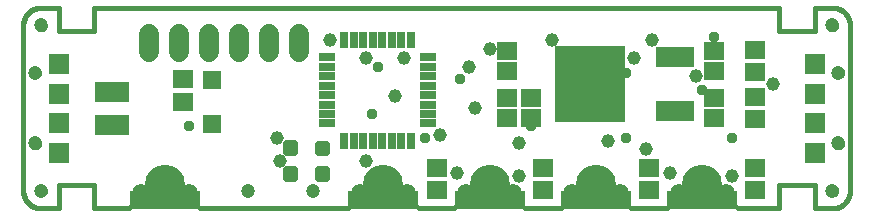
<source format=gbs>
G75*
%MOIN*%
%OFA0B0*%
%FSLAX25Y25*%
%IPPOS*%
%LPD*%
%AMOC8*
5,1,8,0,0,1.08239X$1,22.5*
%
%ADD10C,0.01600*%
%ADD11C,0.00000*%
%ADD12C,0.04737*%
%ADD13C,0.01200*%
%ADD14R,0.12611X0.07099*%
%ADD15R,0.23635X0.25209*%
%ADD16R,0.06706X0.05918*%
%ADD17C,0.05524*%
%ADD18C,0.13461*%
%ADD19R,0.23622X0.05906*%
%ADD20R,0.07099X0.05918*%
%ADD21R,0.03000X0.05800*%
%ADD22R,0.05800X0.03000*%
%ADD23R,0.06312X0.06312*%
%ADD24R,0.06800X0.06800*%
%ADD25C,0.02650*%
%ADD26C,0.02756*%
%ADD27R,0.11430X0.07099*%
%ADD28C,0.06800*%
%ADD29C,0.03769*%
%ADD30C,0.04550*%
D10*
X0049997Y0025656D02*
X0055902Y0025656D01*
X0055902Y0033530D01*
X0067713Y0033530D01*
X0067713Y0025656D01*
X0079524Y0025656D01*
X0103146Y0025656D02*
X0152359Y0025656D01*
X0175981Y0025656D02*
X0187792Y0025656D01*
X0211414Y0025656D02*
X0223225Y0025656D01*
X0246847Y0025656D02*
X0258658Y0025656D01*
X0282280Y0025656D02*
X0296060Y0025656D01*
X0296060Y0033530D01*
X0307871Y0033530D01*
X0307871Y0025656D01*
X0313776Y0025656D01*
X0313776Y0025655D02*
X0313928Y0025657D01*
X0314080Y0025663D01*
X0314232Y0025673D01*
X0314383Y0025686D01*
X0314534Y0025704D01*
X0314685Y0025725D01*
X0314835Y0025751D01*
X0314984Y0025780D01*
X0315133Y0025813D01*
X0315280Y0025850D01*
X0315427Y0025890D01*
X0315572Y0025935D01*
X0315716Y0025983D01*
X0315859Y0026035D01*
X0316001Y0026090D01*
X0316141Y0026149D01*
X0316280Y0026212D01*
X0316417Y0026278D01*
X0316552Y0026348D01*
X0316685Y0026421D01*
X0316816Y0026498D01*
X0316946Y0026578D01*
X0317073Y0026661D01*
X0317198Y0026747D01*
X0317321Y0026837D01*
X0317441Y0026930D01*
X0317559Y0027026D01*
X0317675Y0027125D01*
X0317788Y0027227D01*
X0317898Y0027331D01*
X0318006Y0027439D01*
X0318110Y0027549D01*
X0318212Y0027662D01*
X0318311Y0027778D01*
X0318407Y0027896D01*
X0318500Y0028016D01*
X0318590Y0028139D01*
X0318676Y0028264D01*
X0318759Y0028391D01*
X0318839Y0028521D01*
X0318916Y0028652D01*
X0318989Y0028785D01*
X0319059Y0028920D01*
X0319125Y0029057D01*
X0319188Y0029196D01*
X0319247Y0029336D01*
X0319302Y0029478D01*
X0319354Y0029621D01*
X0319402Y0029765D01*
X0319447Y0029910D01*
X0319487Y0030057D01*
X0319524Y0030204D01*
X0319557Y0030353D01*
X0319586Y0030502D01*
X0319612Y0030652D01*
X0319633Y0030803D01*
X0319651Y0030954D01*
X0319664Y0031105D01*
X0319674Y0031257D01*
X0319680Y0031409D01*
X0319682Y0031561D01*
X0319682Y0086679D01*
X0319680Y0086831D01*
X0319674Y0086983D01*
X0319664Y0087135D01*
X0319651Y0087286D01*
X0319633Y0087437D01*
X0319612Y0087588D01*
X0319586Y0087738D01*
X0319557Y0087887D01*
X0319524Y0088036D01*
X0319487Y0088183D01*
X0319447Y0088330D01*
X0319402Y0088475D01*
X0319354Y0088619D01*
X0319302Y0088762D01*
X0319247Y0088904D01*
X0319188Y0089044D01*
X0319125Y0089183D01*
X0319059Y0089320D01*
X0318989Y0089455D01*
X0318916Y0089588D01*
X0318839Y0089719D01*
X0318759Y0089849D01*
X0318676Y0089976D01*
X0318590Y0090101D01*
X0318500Y0090224D01*
X0318407Y0090344D01*
X0318311Y0090462D01*
X0318212Y0090578D01*
X0318110Y0090691D01*
X0318006Y0090801D01*
X0317898Y0090909D01*
X0317788Y0091013D01*
X0317675Y0091115D01*
X0317559Y0091214D01*
X0317441Y0091310D01*
X0317321Y0091403D01*
X0317198Y0091493D01*
X0317073Y0091579D01*
X0316946Y0091662D01*
X0316816Y0091742D01*
X0316685Y0091819D01*
X0316552Y0091892D01*
X0316417Y0091962D01*
X0316280Y0092028D01*
X0316141Y0092091D01*
X0316001Y0092150D01*
X0315859Y0092205D01*
X0315716Y0092257D01*
X0315572Y0092305D01*
X0315427Y0092350D01*
X0315280Y0092390D01*
X0315133Y0092427D01*
X0314984Y0092460D01*
X0314835Y0092489D01*
X0314685Y0092515D01*
X0314534Y0092536D01*
X0314383Y0092554D01*
X0314232Y0092567D01*
X0314080Y0092577D01*
X0313928Y0092583D01*
X0313776Y0092585D01*
X0307871Y0092585D01*
X0307871Y0084711D01*
X0296060Y0084711D01*
X0296060Y0092585D01*
X0067713Y0092585D01*
X0067713Y0084711D01*
X0055902Y0084711D01*
X0055902Y0092585D01*
X0049997Y0092585D01*
X0049845Y0092583D01*
X0049693Y0092577D01*
X0049541Y0092567D01*
X0049390Y0092554D01*
X0049239Y0092536D01*
X0049088Y0092515D01*
X0048938Y0092489D01*
X0048789Y0092460D01*
X0048640Y0092427D01*
X0048493Y0092390D01*
X0048346Y0092350D01*
X0048201Y0092305D01*
X0048057Y0092257D01*
X0047914Y0092205D01*
X0047772Y0092150D01*
X0047632Y0092091D01*
X0047493Y0092028D01*
X0047356Y0091962D01*
X0047221Y0091892D01*
X0047088Y0091819D01*
X0046957Y0091742D01*
X0046827Y0091662D01*
X0046700Y0091579D01*
X0046575Y0091493D01*
X0046452Y0091403D01*
X0046332Y0091310D01*
X0046214Y0091214D01*
X0046098Y0091115D01*
X0045985Y0091013D01*
X0045875Y0090909D01*
X0045767Y0090801D01*
X0045663Y0090691D01*
X0045561Y0090578D01*
X0045462Y0090462D01*
X0045366Y0090344D01*
X0045273Y0090224D01*
X0045183Y0090101D01*
X0045097Y0089976D01*
X0045014Y0089849D01*
X0044934Y0089719D01*
X0044857Y0089588D01*
X0044784Y0089455D01*
X0044714Y0089320D01*
X0044648Y0089183D01*
X0044585Y0089044D01*
X0044526Y0088904D01*
X0044471Y0088762D01*
X0044419Y0088619D01*
X0044371Y0088475D01*
X0044326Y0088330D01*
X0044286Y0088183D01*
X0044249Y0088036D01*
X0044216Y0087887D01*
X0044187Y0087738D01*
X0044161Y0087588D01*
X0044140Y0087437D01*
X0044122Y0087286D01*
X0044109Y0087135D01*
X0044099Y0086983D01*
X0044093Y0086831D01*
X0044091Y0086679D01*
X0044091Y0031561D01*
X0044093Y0031409D01*
X0044099Y0031257D01*
X0044109Y0031105D01*
X0044122Y0030954D01*
X0044140Y0030803D01*
X0044161Y0030652D01*
X0044187Y0030502D01*
X0044216Y0030353D01*
X0044249Y0030204D01*
X0044286Y0030057D01*
X0044326Y0029910D01*
X0044371Y0029765D01*
X0044419Y0029621D01*
X0044471Y0029478D01*
X0044526Y0029336D01*
X0044585Y0029196D01*
X0044648Y0029057D01*
X0044714Y0028920D01*
X0044784Y0028785D01*
X0044857Y0028652D01*
X0044934Y0028521D01*
X0045014Y0028391D01*
X0045097Y0028264D01*
X0045183Y0028139D01*
X0045273Y0028016D01*
X0045366Y0027896D01*
X0045462Y0027778D01*
X0045561Y0027662D01*
X0045663Y0027549D01*
X0045767Y0027439D01*
X0045875Y0027331D01*
X0045985Y0027227D01*
X0046098Y0027125D01*
X0046214Y0027026D01*
X0046332Y0026930D01*
X0046452Y0026837D01*
X0046575Y0026747D01*
X0046700Y0026661D01*
X0046827Y0026578D01*
X0046957Y0026498D01*
X0047088Y0026421D01*
X0047221Y0026348D01*
X0047356Y0026278D01*
X0047493Y0026212D01*
X0047632Y0026149D01*
X0047772Y0026090D01*
X0047914Y0026035D01*
X0048057Y0025983D01*
X0048201Y0025935D01*
X0048346Y0025890D01*
X0048493Y0025850D01*
X0048640Y0025813D01*
X0048789Y0025780D01*
X0048938Y0025751D01*
X0049088Y0025725D01*
X0049239Y0025704D01*
X0049390Y0025686D01*
X0049541Y0025673D01*
X0049693Y0025663D01*
X0049845Y0025657D01*
X0049997Y0025655D01*
D11*
X0048028Y0031561D02*
X0048030Y0031649D01*
X0048036Y0031737D01*
X0048046Y0031825D01*
X0048060Y0031913D01*
X0048077Y0031999D01*
X0048099Y0032085D01*
X0048124Y0032169D01*
X0048154Y0032253D01*
X0048186Y0032335D01*
X0048223Y0032415D01*
X0048263Y0032494D01*
X0048307Y0032571D01*
X0048354Y0032646D01*
X0048404Y0032718D01*
X0048458Y0032789D01*
X0048514Y0032856D01*
X0048574Y0032922D01*
X0048636Y0032984D01*
X0048702Y0033044D01*
X0048769Y0033100D01*
X0048840Y0033154D01*
X0048912Y0033204D01*
X0048987Y0033251D01*
X0049064Y0033295D01*
X0049143Y0033335D01*
X0049223Y0033372D01*
X0049305Y0033404D01*
X0049389Y0033434D01*
X0049473Y0033459D01*
X0049559Y0033481D01*
X0049645Y0033498D01*
X0049733Y0033512D01*
X0049821Y0033522D01*
X0049909Y0033528D01*
X0049997Y0033530D01*
X0050085Y0033528D01*
X0050173Y0033522D01*
X0050261Y0033512D01*
X0050349Y0033498D01*
X0050435Y0033481D01*
X0050521Y0033459D01*
X0050605Y0033434D01*
X0050689Y0033404D01*
X0050771Y0033372D01*
X0050851Y0033335D01*
X0050930Y0033295D01*
X0051007Y0033251D01*
X0051082Y0033204D01*
X0051154Y0033154D01*
X0051225Y0033100D01*
X0051292Y0033044D01*
X0051358Y0032984D01*
X0051420Y0032922D01*
X0051480Y0032856D01*
X0051536Y0032789D01*
X0051590Y0032718D01*
X0051640Y0032646D01*
X0051687Y0032571D01*
X0051731Y0032494D01*
X0051771Y0032415D01*
X0051808Y0032335D01*
X0051840Y0032253D01*
X0051870Y0032169D01*
X0051895Y0032085D01*
X0051917Y0031999D01*
X0051934Y0031913D01*
X0051948Y0031825D01*
X0051958Y0031737D01*
X0051964Y0031649D01*
X0051966Y0031561D01*
X0051964Y0031473D01*
X0051958Y0031385D01*
X0051948Y0031297D01*
X0051934Y0031209D01*
X0051917Y0031123D01*
X0051895Y0031037D01*
X0051870Y0030953D01*
X0051840Y0030869D01*
X0051808Y0030787D01*
X0051771Y0030707D01*
X0051731Y0030628D01*
X0051687Y0030551D01*
X0051640Y0030476D01*
X0051590Y0030404D01*
X0051536Y0030333D01*
X0051480Y0030266D01*
X0051420Y0030200D01*
X0051358Y0030138D01*
X0051292Y0030078D01*
X0051225Y0030022D01*
X0051154Y0029968D01*
X0051082Y0029918D01*
X0051007Y0029871D01*
X0050930Y0029827D01*
X0050851Y0029787D01*
X0050771Y0029750D01*
X0050689Y0029718D01*
X0050605Y0029688D01*
X0050521Y0029663D01*
X0050435Y0029641D01*
X0050349Y0029624D01*
X0050261Y0029610D01*
X0050173Y0029600D01*
X0050085Y0029594D01*
X0049997Y0029592D01*
X0049909Y0029594D01*
X0049821Y0029600D01*
X0049733Y0029610D01*
X0049645Y0029624D01*
X0049559Y0029641D01*
X0049473Y0029663D01*
X0049389Y0029688D01*
X0049305Y0029718D01*
X0049223Y0029750D01*
X0049143Y0029787D01*
X0049064Y0029827D01*
X0048987Y0029871D01*
X0048912Y0029918D01*
X0048840Y0029968D01*
X0048769Y0030022D01*
X0048702Y0030078D01*
X0048636Y0030138D01*
X0048574Y0030200D01*
X0048514Y0030266D01*
X0048458Y0030333D01*
X0048404Y0030404D01*
X0048354Y0030476D01*
X0048307Y0030551D01*
X0048263Y0030628D01*
X0048223Y0030707D01*
X0048186Y0030787D01*
X0048154Y0030869D01*
X0048124Y0030953D01*
X0048099Y0031037D01*
X0048077Y0031123D01*
X0048060Y0031209D01*
X0048046Y0031297D01*
X0048036Y0031385D01*
X0048030Y0031473D01*
X0048028Y0031561D01*
X0046059Y0047309D02*
X0046061Y0047397D01*
X0046067Y0047485D01*
X0046077Y0047573D01*
X0046091Y0047661D01*
X0046108Y0047747D01*
X0046130Y0047833D01*
X0046155Y0047917D01*
X0046185Y0048001D01*
X0046217Y0048083D01*
X0046254Y0048163D01*
X0046294Y0048242D01*
X0046338Y0048319D01*
X0046385Y0048394D01*
X0046435Y0048466D01*
X0046489Y0048537D01*
X0046545Y0048604D01*
X0046605Y0048670D01*
X0046667Y0048732D01*
X0046733Y0048792D01*
X0046800Y0048848D01*
X0046871Y0048902D01*
X0046943Y0048952D01*
X0047018Y0048999D01*
X0047095Y0049043D01*
X0047174Y0049083D01*
X0047254Y0049120D01*
X0047336Y0049152D01*
X0047420Y0049182D01*
X0047504Y0049207D01*
X0047590Y0049229D01*
X0047676Y0049246D01*
X0047764Y0049260D01*
X0047852Y0049270D01*
X0047940Y0049276D01*
X0048028Y0049278D01*
X0048116Y0049276D01*
X0048204Y0049270D01*
X0048292Y0049260D01*
X0048380Y0049246D01*
X0048466Y0049229D01*
X0048552Y0049207D01*
X0048636Y0049182D01*
X0048720Y0049152D01*
X0048802Y0049120D01*
X0048882Y0049083D01*
X0048961Y0049043D01*
X0049038Y0048999D01*
X0049113Y0048952D01*
X0049185Y0048902D01*
X0049256Y0048848D01*
X0049323Y0048792D01*
X0049389Y0048732D01*
X0049451Y0048670D01*
X0049511Y0048604D01*
X0049567Y0048537D01*
X0049621Y0048466D01*
X0049671Y0048394D01*
X0049718Y0048319D01*
X0049762Y0048242D01*
X0049802Y0048163D01*
X0049839Y0048083D01*
X0049871Y0048001D01*
X0049901Y0047917D01*
X0049926Y0047833D01*
X0049948Y0047747D01*
X0049965Y0047661D01*
X0049979Y0047573D01*
X0049989Y0047485D01*
X0049995Y0047397D01*
X0049997Y0047309D01*
X0049995Y0047221D01*
X0049989Y0047133D01*
X0049979Y0047045D01*
X0049965Y0046957D01*
X0049948Y0046871D01*
X0049926Y0046785D01*
X0049901Y0046701D01*
X0049871Y0046617D01*
X0049839Y0046535D01*
X0049802Y0046455D01*
X0049762Y0046376D01*
X0049718Y0046299D01*
X0049671Y0046224D01*
X0049621Y0046152D01*
X0049567Y0046081D01*
X0049511Y0046014D01*
X0049451Y0045948D01*
X0049389Y0045886D01*
X0049323Y0045826D01*
X0049256Y0045770D01*
X0049185Y0045716D01*
X0049113Y0045666D01*
X0049038Y0045619D01*
X0048961Y0045575D01*
X0048882Y0045535D01*
X0048802Y0045498D01*
X0048720Y0045466D01*
X0048636Y0045436D01*
X0048552Y0045411D01*
X0048466Y0045389D01*
X0048380Y0045372D01*
X0048292Y0045358D01*
X0048204Y0045348D01*
X0048116Y0045342D01*
X0048028Y0045340D01*
X0047940Y0045342D01*
X0047852Y0045348D01*
X0047764Y0045358D01*
X0047676Y0045372D01*
X0047590Y0045389D01*
X0047504Y0045411D01*
X0047420Y0045436D01*
X0047336Y0045466D01*
X0047254Y0045498D01*
X0047174Y0045535D01*
X0047095Y0045575D01*
X0047018Y0045619D01*
X0046943Y0045666D01*
X0046871Y0045716D01*
X0046800Y0045770D01*
X0046733Y0045826D01*
X0046667Y0045886D01*
X0046605Y0045948D01*
X0046545Y0046014D01*
X0046489Y0046081D01*
X0046435Y0046152D01*
X0046385Y0046224D01*
X0046338Y0046299D01*
X0046294Y0046376D01*
X0046254Y0046455D01*
X0046217Y0046535D01*
X0046185Y0046617D01*
X0046155Y0046701D01*
X0046130Y0046785D01*
X0046108Y0046871D01*
X0046091Y0046957D01*
X0046077Y0047045D01*
X0046067Y0047133D01*
X0046061Y0047221D01*
X0046059Y0047309D01*
X0046059Y0070931D02*
X0046061Y0071019D01*
X0046067Y0071107D01*
X0046077Y0071195D01*
X0046091Y0071283D01*
X0046108Y0071369D01*
X0046130Y0071455D01*
X0046155Y0071539D01*
X0046185Y0071623D01*
X0046217Y0071705D01*
X0046254Y0071785D01*
X0046294Y0071864D01*
X0046338Y0071941D01*
X0046385Y0072016D01*
X0046435Y0072088D01*
X0046489Y0072159D01*
X0046545Y0072226D01*
X0046605Y0072292D01*
X0046667Y0072354D01*
X0046733Y0072414D01*
X0046800Y0072470D01*
X0046871Y0072524D01*
X0046943Y0072574D01*
X0047018Y0072621D01*
X0047095Y0072665D01*
X0047174Y0072705D01*
X0047254Y0072742D01*
X0047336Y0072774D01*
X0047420Y0072804D01*
X0047504Y0072829D01*
X0047590Y0072851D01*
X0047676Y0072868D01*
X0047764Y0072882D01*
X0047852Y0072892D01*
X0047940Y0072898D01*
X0048028Y0072900D01*
X0048116Y0072898D01*
X0048204Y0072892D01*
X0048292Y0072882D01*
X0048380Y0072868D01*
X0048466Y0072851D01*
X0048552Y0072829D01*
X0048636Y0072804D01*
X0048720Y0072774D01*
X0048802Y0072742D01*
X0048882Y0072705D01*
X0048961Y0072665D01*
X0049038Y0072621D01*
X0049113Y0072574D01*
X0049185Y0072524D01*
X0049256Y0072470D01*
X0049323Y0072414D01*
X0049389Y0072354D01*
X0049451Y0072292D01*
X0049511Y0072226D01*
X0049567Y0072159D01*
X0049621Y0072088D01*
X0049671Y0072016D01*
X0049718Y0071941D01*
X0049762Y0071864D01*
X0049802Y0071785D01*
X0049839Y0071705D01*
X0049871Y0071623D01*
X0049901Y0071539D01*
X0049926Y0071455D01*
X0049948Y0071369D01*
X0049965Y0071283D01*
X0049979Y0071195D01*
X0049989Y0071107D01*
X0049995Y0071019D01*
X0049997Y0070931D01*
X0049995Y0070843D01*
X0049989Y0070755D01*
X0049979Y0070667D01*
X0049965Y0070579D01*
X0049948Y0070493D01*
X0049926Y0070407D01*
X0049901Y0070323D01*
X0049871Y0070239D01*
X0049839Y0070157D01*
X0049802Y0070077D01*
X0049762Y0069998D01*
X0049718Y0069921D01*
X0049671Y0069846D01*
X0049621Y0069774D01*
X0049567Y0069703D01*
X0049511Y0069636D01*
X0049451Y0069570D01*
X0049389Y0069508D01*
X0049323Y0069448D01*
X0049256Y0069392D01*
X0049185Y0069338D01*
X0049113Y0069288D01*
X0049038Y0069241D01*
X0048961Y0069197D01*
X0048882Y0069157D01*
X0048802Y0069120D01*
X0048720Y0069088D01*
X0048636Y0069058D01*
X0048552Y0069033D01*
X0048466Y0069011D01*
X0048380Y0068994D01*
X0048292Y0068980D01*
X0048204Y0068970D01*
X0048116Y0068964D01*
X0048028Y0068962D01*
X0047940Y0068964D01*
X0047852Y0068970D01*
X0047764Y0068980D01*
X0047676Y0068994D01*
X0047590Y0069011D01*
X0047504Y0069033D01*
X0047420Y0069058D01*
X0047336Y0069088D01*
X0047254Y0069120D01*
X0047174Y0069157D01*
X0047095Y0069197D01*
X0047018Y0069241D01*
X0046943Y0069288D01*
X0046871Y0069338D01*
X0046800Y0069392D01*
X0046733Y0069448D01*
X0046667Y0069508D01*
X0046605Y0069570D01*
X0046545Y0069636D01*
X0046489Y0069703D01*
X0046435Y0069774D01*
X0046385Y0069846D01*
X0046338Y0069921D01*
X0046294Y0069998D01*
X0046254Y0070077D01*
X0046217Y0070157D01*
X0046185Y0070239D01*
X0046155Y0070323D01*
X0046130Y0070407D01*
X0046108Y0070493D01*
X0046091Y0070579D01*
X0046077Y0070667D01*
X0046067Y0070755D01*
X0046061Y0070843D01*
X0046059Y0070931D01*
X0048028Y0086679D02*
X0048030Y0086767D01*
X0048036Y0086855D01*
X0048046Y0086943D01*
X0048060Y0087031D01*
X0048077Y0087117D01*
X0048099Y0087203D01*
X0048124Y0087287D01*
X0048154Y0087371D01*
X0048186Y0087453D01*
X0048223Y0087533D01*
X0048263Y0087612D01*
X0048307Y0087689D01*
X0048354Y0087764D01*
X0048404Y0087836D01*
X0048458Y0087907D01*
X0048514Y0087974D01*
X0048574Y0088040D01*
X0048636Y0088102D01*
X0048702Y0088162D01*
X0048769Y0088218D01*
X0048840Y0088272D01*
X0048912Y0088322D01*
X0048987Y0088369D01*
X0049064Y0088413D01*
X0049143Y0088453D01*
X0049223Y0088490D01*
X0049305Y0088522D01*
X0049389Y0088552D01*
X0049473Y0088577D01*
X0049559Y0088599D01*
X0049645Y0088616D01*
X0049733Y0088630D01*
X0049821Y0088640D01*
X0049909Y0088646D01*
X0049997Y0088648D01*
X0050085Y0088646D01*
X0050173Y0088640D01*
X0050261Y0088630D01*
X0050349Y0088616D01*
X0050435Y0088599D01*
X0050521Y0088577D01*
X0050605Y0088552D01*
X0050689Y0088522D01*
X0050771Y0088490D01*
X0050851Y0088453D01*
X0050930Y0088413D01*
X0051007Y0088369D01*
X0051082Y0088322D01*
X0051154Y0088272D01*
X0051225Y0088218D01*
X0051292Y0088162D01*
X0051358Y0088102D01*
X0051420Y0088040D01*
X0051480Y0087974D01*
X0051536Y0087907D01*
X0051590Y0087836D01*
X0051640Y0087764D01*
X0051687Y0087689D01*
X0051731Y0087612D01*
X0051771Y0087533D01*
X0051808Y0087453D01*
X0051840Y0087371D01*
X0051870Y0087287D01*
X0051895Y0087203D01*
X0051917Y0087117D01*
X0051934Y0087031D01*
X0051948Y0086943D01*
X0051958Y0086855D01*
X0051964Y0086767D01*
X0051966Y0086679D01*
X0051964Y0086591D01*
X0051958Y0086503D01*
X0051948Y0086415D01*
X0051934Y0086327D01*
X0051917Y0086241D01*
X0051895Y0086155D01*
X0051870Y0086071D01*
X0051840Y0085987D01*
X0051808Y0085905D01*
X0051771Y0085825D01*
X0051731Y0085746D01*
X0051687Y0085669D01*
X0051640Y0085594D01*
X0051590Y0085522D01*
X0051536Y0085451D01*
X0051480Y0085384D01*
X0051420Y0085318D01*
X0051358Y0085256D01*
X0051292Y0085196D01*
X0051225Y0085140D01*
X0051154Y0085086D01*
X0051082Y0085036D01*
X0051007Y0084989D01*
X0050930Y0084945D01*
X0050851Y0084905D01*
X0050771Y0084868D01*
X0050689Y0084836D01*
X0050605Y0084806D01*
X0050521Y0084781D01*
X0050435Y0084759D01*
X0050349Y0084742D01*
X0050261Y0084728D01*
X0050173Y0084718D01*
X0050085Y0084712D01*
X0049997Y0084710D01*
X0049909Y0084712D01*
X0049821Y0084718D01*
X0049733Y0084728D01*
X0049645Y0084742D01*
X0049559Y0084759D01*
X0049473Y0084781D01*
X0049389Y0084806D01*
X0049305Y0084836D01*
X0049223Y0084868D01*
X0049143Y0084905D01*
X0049064Y0084945D01*
X0048987Y0084989D01*
X0048912Y0085036D01*
X0048840Y0085086D01*
X0048769Y0085140D01*
X0048702Y0085196D01*
X0048636Y0085256D01*
X0048574Y0085318D01*
X0048514Y0085384D01*
X0048458Y0085451D01*
X0048404Y0085522D01*
X0048354Y0085594D01*
X0048307Y0085669D01*
X0048263Y0085746D01*
X0048223Y0085825D01*
X0048186Y0085905D01*
X0048154Y0085987D01*
X0048124Y0086071D01*
X0048099Y0086155D01*
X0048077Y0086241D01*
X0048060Y0086327D01*
X0048046Y0086415D01*
X0048036Y0086503D01*
X0048030Y0086591D01*
X0048028Y0086679D01*
X0116925Y0031561D02*
X0116927Y0031649D01*
X0116933Y0031737D01*
X0116943Y0031825D01*
X0116957Y0031913D01*
X0116974Y0031999D01*
X0116996Y0032085D01*
X0117021Y0032169D01*
X0117051Y0032253D01*
X0117083Y0032335D01*
X0117120Y0032415D01*
X0117160Y0032494D01*
X0117204Y0032571D01*
X0117251Y0032646D01*
X0117301Y0032718D01*
X0117355Y0032789D01*
X0117411Y0032856D01*
X0117471Y0032922D01*
X0117533Y0032984D01*
X0117599Y0033044D01*
X0117666Y0033100D01*
X0117737Y0033154D01*
X0117809Y0033204D01*
X0117884Y0033251D01*
X0117961Y0033295D01*
X0118040Y0033335D01*
X0118120Y0033372D01*
X0118202Y0033404D01*
X0118286Y0033434D01*
X0118370Y0033459D01*
X0118456Y0033481D01*
X0118542Y0033498D01*
X0118630Y0033512D01*
X0118718Y0033522D01*
X0118806Y0033528D01*
X0118894Y0033530D01*
X0118982Y0033528D01*
X0119070Y0033522D01*
X0119158Y0033512D01*
X0119246Y0033498D01*
X0119332Y0033481D01*
X0119418Y0033459D01*
X0119502Y0033434D01*
X0119586Y0033404D01*
X0119668Y0033372D01*
X0119748Y0033335D01*
X0119827Y0033295D01*
X0119904Y0033251D01*
X0119979Y0033204D01*
X0120051Y0033154D01*
X0120122Y0033100D01*
X0120189Y0033044D01*
X0120255Y0032984D01*
X0120317Y0032922D01*
X0120377Y0032856D01*
X0120433Y0032789D01*
X0120487Y0032718D01*
X0120537Y0032646D01*
X0120584Y0032571D01*
X0120628Y0032494D01*
X0120668Y0032415D01*
X0120705Y0032335D01*
X0120737Y0032253D01*
X0120767Y0032169D01*
X0120792Y0032085D01*
X0120814Y0031999D01*
X0120831Y0031913D01*
X0120845Y0031825D01*
X0120855Y0031737D01*
X0120861Y0031649D01*
X0120863Y0031561D01*
X0120861Y0031473D01*
X0120855Y0031385D01*
X0120845Y0031297D01*
X0120831Y0031209D01*
X0120814Y0031123D01*
X0120792Y0031037D01*
X0120767Y0030953D01*
X0120737Y0030869D01*
X0120705Y0030787D01*
X0120668Y0030707D01*
X0120628Y0030628D01*
X0120584Y0030551D01*
X0120537Y0030476D01*
X0120487Y0030404D01*
X0120433Y0030333D01*
X0120377Y0030266D01*
X0120317Y0030200D01*
X0120255Y0030138D01*
X0120189Y0030078D01*
X0120122Y0030022D01*
X0120051Y0029968D01*
X0119979Y0029918D01*
X0119904Y0029871D01*
X0119827Y0029827D01*
X0119748Y0029787D01*
X0119668Y0029750D01*
X0119586Y0029718D01*
X0119502Y0029688D01*
X0119418Y0029663D01*
X0119332Y0029641D01*
X0119246Y0029624D01*
X0119158Y0029610D01*
X0119070Y0029600D01*
X0118982Y0029594D01*
X0118894Y0029592D01*
X0118806Y0029594D01*
X0118718Y0029600D01*
X0118630Y0029610D01*
X0118542Y0029624D01*
X0118456Y0029641D01*
X0118370Y0029663D01*
X0118286Y0029688D01*
X0118202Y0029718D01*
X0118120Y0029750D01*
X0118040Y0029787D01*
X0117961Y0029827D01*
X0117884Y0029871D01*
X0117809Y0029918D01*
X0117737Y0029968D01*
X0117666Y0030022D01*
X0117599Y0030078D01*
X0117533Y0030138D01*
X0117471Y0030200D01*
X0117411Y0030266D01*
X0117355Y0030333D01*
X0117301Y0030404D01*
X0117251Y0030476D01*
X0117204Y0030551D01*
X0117160Y0030628D01*
X0117120Y0030707D01*
X0117083Y0030787D01*
X0117051Y0030869D01*
X0117021Y0030953D01*
X0116996Y0031037D01*
X0116974Y0031123D01*
X0116957Y0031209D01*
X0116943Y0031297D01*
X0116933Y0031385D01*
X0116927Y0031473D01*
X0116925Y0031561D01*
X0138579Y0031561D02*
X0138581Y0031649D01*
X0138587Y0031737D01*
X0138597Y0031825D01*
X0138611Y0031913D01*
X0138628Y0031999D01*
X0138650Y0032085D01*
X0138675Y0032169D01*
X0138705Y0032253D01*
X0138737Y0032335D01*
X0138774Y0032415D01*
X0138814Y0032494D01*
X0138858Y0032571D01*
X0138905Y0032646D01*
X0138955Y0032718D01*
X0139009Y0032789D01*
X0139065Y0032856D01*
X0139125Y0032922D01*
X0139187Y0032984D01*
X0139253Y0033044D01*
X0139320Y0033100D01*
X0139391Y0033154D01*
X0139463Y0033204D01*
X0139538Y0033251D01*
X0139615Y0033295D01*
X0139694Y0033335D01*
X0139774Y0033372D01*
X0139856Y0033404D01*
X0139940Y0033434D01*
X0140024Y0033459D01*
X0140110Y0033481D01*
X0140196Y0033498D01*
X0140284Y0033512D01*
X0140372Y0033522D01*
X0140460Y0033528D01*
X0140548Y0033530D01*
X0140636Y0033528D01*
X0140724Y0033522D01*
X0140812Y0033512D01*
X0140900Y0033498D01*
X0140986Y0033481D01*
X0141072Y0033459D01*
X0141156Y0033434D01*
X0141240Y0033404D01*
X0141322Y0033372D01*
X0141402Y0033335D01*
X0141481Y0033295D01*
X0141558Y0033251D01*
X0141633Y0033204D01*
X0141705Y0033154D01*
X0141776Y0033100D01*
X0141843Y0033044D01*
X0141909Y0032984D01*
X0141971Y0032922D01*
X0142031Y0032856D01*
X0142087Y0032789D01*
X0142141Y0032718D01*
X0142191Y0032646D01*
X0142238Y0032571D01*
X0142282Y0032494D01*
X0142322Y0032415D01*
X0142359Y0032335D01*
X0142391Y0032253D01*
X0142421Y0032169D01*
X0142446Y0032085D01*
X0142468Y0031999D01*
X0142485Y0031913D01*
X0142499Y0031825D01*
X0142509Y0031737D01*
X0142515Y0031649D01*
X0142517Y0031561D01*
X0142515Y0031473D01*
X0142509Y0031385D01*
X0142499Y0031297D01*
X0142485Y0031209D01*
X0142468Y0031123D01*
X0142446Y0031037D01*
X0142421Y0030953D01*
X0142391Y0030869D01*
X0142359Y0030787D01*
X0142322Y0030707D01*
X0142282Y0030628D01*
X0142238Y0030551D01*
X0142191Y0030476D01*
X0142141Y0030404D01*
X0142087Y0030333D01*
X0142031Y0030266D01*
X0141971Y0030200D01*
X0141909Y0030138D01*
X0141843Y0030078D01*
X0141776Y0030022D01*
X0141705Y0029968D01*
X0141633Y0029918D01*
X0141558Y0029871D01*
X0141481Y0029827D01*
X0141402Y0029787D01*
X0141322Y0029750D01*
X0141240Y0029718D01*
X0141156Y0029688D01*
X0141072Y0029663D01*
X0140986Y0029641D01*
X0140900Y0029624D01*
X0140812Y0029610D01*
X0140724Y0029600D01*
X0140636Y0029594D01*
X0140548Y0029592D01*
X0140460Y0029594D01*
X0140372Y0029600D01*
X0140284Y0029610D01*
X0140196Y0029624D01*
X0140110Y0029641D01*
X0140024Y0029663D01*
X0139940Y0029688D01*
X0139856Y0029718D01*
X0139774Y0029750D01*
X0139694Y0029787D01*
X0139615Y0029827D01*
X0139538Y0029871D01*
X0139463Y0029918D01*
X0139391Y0029968D01*
X0139320Y0030022D01*
X0139253Y0030078D01*
X0139187Y0030138D01*
X0139125Y0030200D01*
X0139065Y0030266D01*
X0139009Y0030333D01*
X0138955Y0030404D01*
X0138905Y0030476D01*
X0138858Y0030551D01*
X0138814Y0030628D01*
X0138774Y0030707D01*
X0138737Y0030787D01*
X0138705Y0030869D01*
X0138675Y0030953D01*
X0138650Y0031037D01*
X0138628Y0031123D01*
X0138611Y0031209D01*
X0138597Y0031297D01*
X0138587Y0031385D01*
X0138581Y0031473D01*
X0138579Y0031561D01*
X0311807Y0031561D02*
X0311809Y0031649D01*
X0311815Y0031737D01*
X0311825Y0031825D01*
X0311839Y0031913D01*
X0311856Y0031999D01*
X0311878Y0032085D01*
X0311903Y0032169D01*
X0311933Y0032253D01*
X0311965Y0032335D01*
X0312002Y0032415D01*
X0312042Y0032494D01*
X0312086Y0032571D01*
X0312133Y0032646D01*
X0312183Y0032718D01*
X0312237Y0032789D01*
X0312293Y0032856D01*
X0312353Y0032922D01*
X0312415Y0032984D01*
X0312481Y0033044D01*
X0312548Y0033100D01*
X0312619Y0033154D01*
X0312691Y0033204D01*
X0312766Y0033251D01*
X0312843Y0033295D01*
X0312922Y0033335D01*
X0313002Y0033372D01*
X0313084Y0033404D01*
X0313168Y0033434D01*
X0313252Y0033459D01*
X0313338Y0033481D01*
X0313424Y0033498D01*
X0313512Y0033512D01*
X0313600Y0033522D01*
X0313688Y0033528D01*
X0313776Y0033530D01*
X0313864Y0033528D01*
X0313952Y0033522D01*
X0314040Y0033512D01*
X0314128Y0033498D01*
X0314214Y0033481D01*
X0314300Y0033459D01*
X0314384Y0033434D01*
X0314468Y0033404D01*
X0314550Y0033372D01*
X0314630Y0033335D01*
X0314709Y0033295D01*
X0314786Y0033251D01*
X0314861Y0033204D01*
X0314933Y0033154D01*
X0315004Y0033100D01*
X0315071Y0033044D01*
X0315137Y0032984D01*
X0315199Y0032922D01*
X0315259Y0032856D01*
X0315315Y0032789D01*
X0315369Y0032718D01*
X0315419Y0032646D01*
X0315466Y0032571D01*
X0315510Y0032494D01*
X0315550Y0032415D01*
X0315587Y0032335D01*
X0315619Y0032253D01*
X0315649Y0032169D01*
X0315674Y0032085D01*
X0315696Y0031999D01*
X0315713Y0031913D01*
X0315727Y0031825D01*
X0315737Y0031737D01*
X0315743Y0031649D01*
X0315745Y0031561D01*
X0315743Y0031473D01*
X0315737Y0031385D01*
X0315727Y0031297D01*
X0315713Y0031209D01*
X0315696Y0031123D01*
X0315674Y0031037D01*
X0315649Y0030953D01*
X0315619Y0030869D01*
X0315587Y0030787D01*
X0315550Y0030707D01*
X0315510Y0030628D01*
X0315466Y0030551D01*
X0315419Y0030476D01*
X0315369Y0030404D01*
X0315315Y0030333D01*
X0315259Y0030266D01*
X0315199Y0030200D01*
X0315137Y0030138D01*
X0315071Y0030078D01*
X0315004Y0030022D01*
X0314933Y0029968D01*
X0314861Y0029918D01*
X0314786Y0029871D01*
X0314709Y0029827D01*
X0314630Y0029787D01*
X0314550Y0029750D01*
X0314468Y0029718D01*
X0314384Y0029688D01*
X0314300Y0029663D01*
X0314214Y0029641D01*
X0314128Y0029624D01*
X0314040Y0029610D01*
X0313952Y0029600D01*
X0313864Y0029594D01*
X0313776Y0029592D01*
X0313688Y0029594D01*
X0313600Y0029600D01*
X0313512Y0029610D01*
X0313424Y0029624D01*
X0313338Y0029641D01*
X0313252Y0029663D01*
X0313168Y0029688D01*
X0313084Y0029718D01*
X0313002Y0029750D01*
X0312922Y0029787D01*
X0312843Y0029827D01*
X0312766Y0029871D01*
X0312691Y0029918D01*
X0312619Y0029968D01*
X0312548Y0030022D01*
X0312481Y0030078D01*
X0312415Y0030138D01*
X0312353Y0030200D01*
X0312293Y0030266D01*
X0312237Y0030333D01*
X0312183Y0030404D01*
X0312133Y0030476D01*
X0312086Y0030551D01*
X0312042Y0030628D01*
X0312002Y0030707D01*
X0311965Y0030787D01*
X0311933Y0030869D01*
X0311903Y0030953D01*
X0311878Y0031037D01*
X0311856Y0031123D01*
X0311839Y0031209D01*
X0311825Y0031297D01*
X0311815Y0031385D01*
X0311809Y0031473D01*
X0311807Y0031561D01*
X0313776Y0047309D02*
X0313778Y0047397D01*
X0313784Y0047485D01*
X0313794Y0047573D01*
X0313808Y0047661D01*
X0313825Y0047747D01*
X0313847Y0047833D01*
X0313872Y0047917D01*
X0313902Y0048001D01*
X0313934Y0048083D01*
X0313971Y0048163D01*
X0314011Y0048242D01*
X0314055Y0048319D01*
X0314102Y0048394D01*
X0314152Y0048466D01*
X0314206Y0048537D01*
X0314262Y0048604D01*
X0314322Y0048670D01*
X0314384Y0048732D01*
X0314450Y0048792D01*
X0314517Y0048848D01*
X0314588Y0048902D01*
X0314660Y0048952D01*
X0314735Y0048999D01*
X0314812Y0049043D01*
X0314891Y0049083D01*
X0314971Y0049120D01*
X0315053Y0049152D01*
X0315137Y0049182D01*
X0315221Y0049207D01*
X0315307Y0049229D01*
X0315393Y0049246D01*
X0315481Y0049260D01*
X0315569Y0049270D01*
X0315657Y0049276D01*
X0315745Y0049278D01*
X0315833Y0049276D01*
X0315921Y0049270D01*
X0316009Y0049260D01*
X0316097Y0049246D01*
X0316183Y0049229D01*
X0316269Y0049207D01*
X0316353Y0049182D01*
X0316437Y0049152D01*
X0316519Y0049120D01*
X0316599Y0049083D01*
X0316678Y0049043D01*
X0316755Y0048999D01*
X0316830Y0048952D01*
X0316902Y0048902D01*
X0316973Y0048848D01*
X0317040Y0048792D01*
X0317106Y0048732D01*
X0317168Y0048670D01*
X0317228Y0048604D01*
X0317284Y0048537D01*
X0317338Y0048466D01*
X0317388Y0048394D01*
X0317435Y0048319D01*
X0317479Y0048242D01*
X0317519Y0048163D01*
X0317556Y0048083D01*
X0317588Y0048001D01*
X0317618Y0047917D01*
X0317643Y0047833D01*
X0317665Y0047747D01*
X0317682Y0047661D01*
X0317696Y0047573D01*
X0317706Y0047485D01*
X0317712Y0047397D01*
X0317714Y0047309D01*
X0317712Y0047221D01*
X0317706Y0047133D01*
X0317696Y0047045D01*
X0317682Y0046957D01*
X0317665Y0046871D01*
X0317643Y0046785D01*
X0317618Y0046701D01*
X0317588Y0046617D01*
X0317556Y0046535D01*
X0317519Y0046455D01*
X0317479Y0046376D01*
X0317435Y0046299D01*
X0317388Y0046224D01*
X0317338Y0046152D01*
X0317284Y0046081D01*
X0317228Y0046014D01*
X0317168Y0045948D01*
X0317106Y0045886D01*
X0317040Y0045826D01*
X0316973Y0045770D01*
X0316902Y0045716D01*
X0316830Y0045666D01*
X0316755Y0045619D01*
X0316678Y0045575D01*
X0316599Y0045535D01*
X0316519Y0045498D01*
X0316437Y0045466D01*
X0316353Y0045436D01*
X0316269Y0045411D01*
X0316183Y0045389D01*
X0316097Y0045372D01*
X0316009Y0045358D01*
X0315921Y0045348D01*
X0315833Y0045342D01*
X0315745Y0045340D01*
X0315657Y0045342D01*
X0315569Y0045348D01*
X0315481Y0045358D01*
X0315393Y0045372D01*
X0315307Y0045389D01*
X0315221Y0045411D01*
X0315137Y0045436D01*
X0315053Y0045466D01*
X0314971Y0045498D01*
X0314891Y0045535D01*
X0314812Y0045575D01*
X0314735Y0045619D01*
X0314660Y0045666D01*
X0314588Y0045716D01*
X0314517Y0045770D01*
X0314450Y0045826D01*
X0314384Y0045886D01*
X0314322Y0045948D01*
X0314262Y0046014D01*
X0314206Y0046081D01*
X0314152Y0046152D01*
X0314102Y0046224D01*
X0314055Y0046299D01*
X0314011Y0046376D01*
X0313971Y0046455D01*
X0313934Y0046535D01*
X0313902Y0046617D01*
X0313872Y0046701D01*
X0313847Y0046785D01*
X0313825Y0046871D01*
X0313808Y0046957D01*
X0313794Y0047045D01*
X0313784Y0047133D01*
X0313778Y0047221D01*
X0313776Y0047309D01*
X0313776Y0070931D02*
X0313778Y0071019D01*
X0313784Y0071107D01*
X0313794Y0071195D01*
X0313808Y0071283D01*
X0313825Y0071369D01*
X0313847Y0071455D01*
X0313872Y0071539D01*
X0313902Y0071623D01*
X0313934Y0071705D01*
X0313971Y0071785D01*
X0314011Y0071864D01*
X0314055Y0071941D01*
X0314102Y0072016D01*
X0314152Y0072088D01*
X0314206Y0072159D01*
X0314262Y0072226D01*
X0314322Y0072292D01*
X0314384Y0072354D01*
X0314450Y0072414D01*
X0314517Y0072470D01*
X0314588Y0072524D01*
X0314660Y0072574D01*
X0314735Y0072621D01*
X0314812Y0072665D01*
X0314891Y0072705D01*
X0314971Y0072742D01*
X0315053Y0072774D01*
X0315137Y0072804D01*
X0315221Y0072829D01*
X0315307Y0072851D01*
X0315393Y0072868D01*
X0315481Y0072882D01*
X0315569Y0072892D01*
X0315657Y0072898D01*
X0315745Y0072900D01*
X0315833Y0072898D01*
X0315921Y0072892D01*
X0316009Y0072882D01*
X0316097Y0072868D01*
X0316183Y0072851D01*
X0316269Y0072829D01*
X0316353Y0072804D01*
X0316437Y0072774D01*
X0316519Y0072742D01*
X0316599Y0072705D01*
X0316678Y0072665D01*
X0316755Y0072621D01*
X0316830Y0072574D01*
X0316902Y0072524D01*
X0316973Y0072470D01*
X0317040Y0072414D01*
X0317106Y0072354D01*
X0317168Y0072292D01*
X0317228Y0072226D01*
X0317284Y0072159D01*
X0317338Y0072088D01*
X0317388Y0072016D01*
X0317435Y0071941D01*
X0317479Y0071864D01*
X0317519Y0071785D01*
X0317556Y0071705D01*
X0317588Y0071623D01*
X0317618Y0071539D01*
X0317643Y0071455D01*
X0317665Y0071369D01*
X0317682Y0071283D01*
X0317696Y0071195D01*
X0317706Y0071107D01*
X0317712Y0071019D01*
X0317714Y0070931D01*
X0317712Y0070843D01*
X0317706Y0070755D01*
X0317696Y0070667D01*
X0317682Y0070579D01*
X0317665Y0070493D01*
X0317643Y0070407D01*
X0317618Y0070323D01*
X0317588Y0070239D01*
X0317556Y0070157D01*
X0317519Y0070077D01*
X0317479Y0069998D01*
X0317435Y0069921D01*
X0317388Y0069846D01*
X0317338Y0069774D01*
X0317284Y0069703D01*
X0317228Y0069636D01*
X0317168Y0069570D01*
X0317106Y0069508D01*
X0317040Y0069448D01*
X0316973Y0069392D01*
X0316902Y0069338D01*
X0316830Y0069288D01*
X0316755Y0069241D01*
X0316678Y0069197D01*
X0316599Y0069157D01*
X0316519Y0069120D01*
X0316437Y0069088D01*
X0316353Y0069058D01*
X0316269Y0069033D01*
X0316183Y0069011D01*
X0316097Y0068994D01*
X0316009Y0068980D01*
X0315921Y0068970D01*
X0315833Y0068964D01*
X0315745Y0068962D01*
X0315657Y0068964D01*
X0315569Y0068970D01*
X0315481Y0068980D01*
X0315393Y0068994D01*
X0315307Y0069011D01*
X0315221Y0069033D01*
X0315137Y0069058D01*
X0315053Y0069088D01*
X0314971Y0069120D01*
X0314891Y0069157D01*
X0314812Y0069197D01*
X0314735Y0069241D01*
X0314660Y0069288D01*
X0314588Y0069338D01*
X0314517Y0069392D01*
X0314450Y0069448D01*
X0314384Y0069508D01*
X0314322Y0069570D01*
X0314262Y0069636D01*
X0314206Y0069703D01*
X0314152Y0069774D01*
X0314102Y0069846D01*
X0314055Y0069921D01*
X0314011Y0069998D01*
X0313971Y0070077D01*
X0313934Y0070157D01*
X0313902Y0070239D01*
X0313872Y0070323D01*
X0313847Y0070407D01*
X0313825Y0070493D01*
X0313808Y0070579D01*
X0313794Y0070667D01*
X0313784Y0070755D01*
X0313778Y0070843D01*
X0313776Y0070931D01*
X0311807Y0086679D02*
X0311809Y0086767D01*
X0311815Y0086855D01*
X0311825Y0086943D01*
X0311839Y0087031D01*
X0311856Y0087117D01*
X0311878Y0087203D01*
X0311903Y0087287D01*
X0311933Y0087371D01*
X0311965Y0087453D01*
X0312002Y0087533D01*
X0312042Y0087612D01*
X0312086Y0087689D01*
X0312133Y0087764D01*
X0312183Y0087836D01*
X0312237Y0087907D01*
X0312293Y0087974D01*
X0312353Y0088040D01*
X0312415Y0088102D01*
X0312481Y0088162D01*
X0312548Y0088218D01*
X0312619Y0088272D01*
X0312691Y0088322D01*
X0312766Y0088369D01*
X0312843Y0088413D01*
X0312922Y0088453D01*
X0313002Y0088490D01*
X0313084Y0088522D01*
X0313168Y0088552D01*
X0313252Y0088577D01*
X0313338Y0088599D01*
X0313424Y0088616D01*
X0313512Y0088630D01*
X0313600Y0088640D01*
X0313688Y0088646D01*
X0313776Y0088648D01*
X0313864Y0088646D01*
X0313952Y0088640D01*
X0314040Y0088630D01*
X0314128Y0088616D01*
X0314214Y0088599D01*
X0314300Y0088577D01*
X0314384Y0088552D01*
X0314468Y0088522D01*
X0314550Y0088490D01*
X0314630Y0088453D01*
X0314709Y0088413D01*
X0314786Y0088369D01*
X0314861Y0088322D01*
X0314933Y0088272D01*
X0315004Y0088218D01*
X0315071Y0088162D01*
X0315137Y0088102D01*
X0315199Y0088040D01*
X0315259Y0087974D01*
X0315315Y0087907D01*
X0315369Y0087836D01*
X0315419Y0087764D01*
X0315466Y0087689D01*
X0315510Y0087612D01*
X0315550Y0087533D01*
X0315587Y0087453D01*
X0315619Y0087371D01*
X0315649Y0087287D01*
X0315674Y0087203D01*
X0315696Y0087117D01*
X0315713Y0087031D01*
X0315727Y0086943D01*
X0315737Y0086855D01*
X0315743Y0086767D01*
X0315745Y0086679D01*
X0315743Y0086591D01*
X0315737Y0086503D01*
X0315727Y0086415D01*
X0315713Y0086327D01*
X0315696Y0086241D01*
X0315674Y0086155D01*
X0315649Y0086071D01*
X0315619Y0085987D01*
X0315587Y0085905D01*
X0315550Y0085825D01*
X0315510Y0085746D01*
X0315466Y0085669D01*
X0315419Y0085594D01*
X0315369Y0085522D01*
X0315315Y0085451D01*
X0315259Y0085384D01*
X0315199Y0085318D01*
X0315137Y0085256D01*
X0315071Y0085196D01*
X0315004Y0085140D01*
X0314933Y0085086D01*
X0314861Y0085036D01*
X0314786Y0084989D01*
X0314709Y0084945D01*
X0314630Y0084905D01*
X0314550Y0084868D01*
X0314468Y0084836D01*
X0314384Y0084806D01*
X0314300Y0084781D01*
X0314214Y0084759D01*
X0314128Y0084742D01*
X0314040Y0084728D01*
X0313952Y0084718D01*
X0313864Y0084712D01*
X0313776Y0084710D01*
X0313688Y0084712D01*
X0313600Y0084718D01*
X0313512Y0084728D01*
X0313424Y0084742D01*
X0313338Y0084759D01*
X0313252Y0084781D01*
X0313168Y0084806D01*
X0313084Y0084836D01*
X0313002Y0084868D01*
X0312922Y0084905D01*
X0312843Y0084945D01*
X0312766Y0084989D01*
X0312691Y0085036D01*
X0312619Y0085086D01*
X0312548Y0085140D01*
X0312481Y0085196D01*
X0312415Y0085256D01*
X0312353Y0085318D01*
X0312293Y0085384D01*
X0312237Y0085451D01*
X0312183Y0085522D01*
X0312133Y0085594D01*
X0312086Y0085669D01*
X0312042Y0085746D01*
X0312002Y0085825D01*
X0311965Y0085905D01*
X0311933Y0085987D01*
X0311903Y0086071D01*
X0311878Y0086155D01*
X0311856Y0086241D01*
X0311839Y0086327D01*
X0311825Y0086415D01*
X0311815Y0086503D01*
X0311809Y0086591D01*
X0311807Y0086679D01*
D12*
X0313776Y0086679D03*
X0315745Y0070931D03*
X0315745Y0047309D03*
X0313776Y0031561D03*
X0140548Y0031561D03*
X0118894Y0031561D03*
X0049997Y0031561D03*
X0048028Y0047309D03*
X0048028Y0070931D03*
X0049997Y0086679D03*
D13*
X0081493Y0027624D02*
X0101178Y0027624D01*
X0103146Y0025656D01*
X0081493Y0027624D02*
X0079524Y0025656D01*
X0152359Y0025656D02*
X0154327Y0027624D01*
X0174012Y0027624D01*
X0175981Y0025656D01*
X0187792Y0025656D02*
X0189760Y0027624D01*
X0209446Y0027624D01*
X0211414Y0025656D01*
X0223225Y0025656D02*
X0225194Y0027624D01*
X0244879Y0027624D01*
X0246847Y0025656D01*
X0258658Y0025656D02*
X0260627Y0027624D01*
X0280312Y0027624D01*
X0282280Y0025656D01*
D14*
X0261335Y0057994D03*
X0261335Y0075994D03*
D15*
X0233068Y0066994D03*
D16*
X0213383Y0062467D03*
X0205509Y0062467D03*
X0205509Y0055774D03*
X0213383Y0055774D03*
X0205509Y0071522D03*
X0205509Y0078215D03*
X0274406Y0078215D03*
X0274406Y0071522D03*
X0274406Y0062467D03*
X0274406Y0055774D03*
D17*
X0278343Y0031049D03*
X0262595Y0031049D03*
X0242910Y0031049D03*
X0227162Y0031049D03*
X0207477Y0031049D03*
X0191729Y0031049D03*
X0172044Y0031049D03*
X0156296Y0031049D03*
X0099209Y0031049D03*
X0083461Y0031049D03*
D18*
X0091335Y0033530D03*
X0164170Y0033530D03*
X0199603Y0033530D03*
X0235036Y0033530D03*
X0270469Y0033530D03*
D19*
X0270469Y0028608D03*
X0235036Y0028608D03*
X0199603Y0028608D03*
X0164170Y0028608D03*
X0091335Y0028608D03*
D20*
X0097241Y0061286D03*
X0097241Y0068766D03*
X0181886Y0039238D03*
X0181886Y0031758D03*
X0217320Y0031758D03*
X0217320Y0039238D03*
X0252753Y0039238D03*
X0252753Y0031758D03*
X0288186Y0031758D03*
X0288186Y0039238D03*
X0288186Y0055380D03*
X0288186Y0062860D03*
X0288186Y0071128D03*
X0288186Y0078608D03*
D21*
X0173225Y0081926D03*
X0170075Y0081926D03*
X0166926Y0081926D03*
X0163776Y0081926D03*
X0160627Y0081926D03*
X0157477Y0081926D03*
X0154327Y0081926D03*
X0151178Y0081926D03*
X0151178Y0048126D03*
X0154327Y0048126D03*
X0157477Y0048126D03*
X0160627Y0048126D03*
X0163776Y0048126D03*
X0166926Y0048126D03*
X0170075Y0048126D03*
X0173225Y0048126D03*
D22*
X0179101Y0054002D03*
X0179101Y0057152D03*
X0179101Y0060301D03*
X0179101Y0063451D03*
X0179101Y0066600D03*
X0179101Y0069750D03*
X0179101Y0072900D03*
X0179101Y0076049D03*
X0145301Y0076049D03*
X0145301Y0072900D03*
X0145301Y0069750D03*
X0145301Y0066600D03*
X0145301Y0063451D03*
X0145301Y0060301D03*
X0145301Y0057152D03*
X0145301Y0054002D03*
D23*
X0107083Y0053805D03*
X0107083Y0068372D03*
D24*
X0055902Y0063884D03*
X0055902Y0054199D03*
X0055902Y0044199D03*
X0055902Y0073884D03*
X0307871Y0073884D03*
X0307871Y0063884D03*
X0307871Y0054199D03*
X0307871Y0044199D03*
D25*
X0145085Y0035782D02*
X0142735Y0035782D01*
X0142735Y0038332D01*
X0145085Y0038332D01*
X0145085Y0035782D01*
X0134424Y0035782D02*
X0132074Y0035782D01*
X0132074Y0038332D01*
X0134424Y0038332D01*
X0134424Y0035782D01*
X0134424Y0044475D02*
X0132074Y0044475D01*
X0132074Y0047025D01*
X0134424Y0047025D01*
X0134424Y0044475D01*
D26*
X0142688Y0044528D02*
X0145132Y0044528D01*
X0142688Y0044528D02*
X0142688Y0046972D01*
X0145132Y0046972D01*
X0145132Y0044528D01*
D27*
X0073619Y0053608D03*
X0073619Y0064632D03*
D28*
X0086020Y0077774D02*
X0086020Y0083774D01*
X0096020Y0083774D02*
X0096020Y0077774D01*
X0106020Y0077774D02*
X0106020Y0083774D01*
X0116020Y0083774D02*
X0116020Y0077774D01*
X0126020Y0077774D02*
X0126020Y0083774D01*
X0136020Y0083774D02*
X0136020Y0077774D01*
D29*
X0162201Y0072900D03*
X0189760Y0068963D03*
X0160233Y0057152D03*
X0177949Y0049278D03*
X0213383Y0053215D03*
X0227162Y0065026D03*
X0244879Y0070931D03*
X0270469Y0065026D03*
X0280312Y0049278D03*
X0244879Y0049278D03*
X0274406Y0082742D03*
X0099209Y0053215D03*
X0075587Y0065026D03*
D30*
X0128737Y0049278D03*
X0129721Y0041404D03*
X0158264Y0041404D03*
X0182871Y0050262D03*
X0194682Y0059120D03*
X0209446Y0047309D03*
X0188776Y0037467D03*
X0209446Y0036482D03*
X0238973Y0048293D03*
X0251768Y0045341D03*
X0259642Y0037467D03*
X0280312Y0036482D03*
X0294091Y0066994D03*
X0268501Y0069947D03*
X0247831Y0075852D03*
X0253737Y0081758D03*
X0220272Y0081758D03*
X0199603Y0078805D03*
X0192713Y0072900D03*
X0171060Y0075852D03*
X0158264Y0075852D03*
X0146453Y0081758D03*
X0168107Y0063057D03*
M02*

</source>
